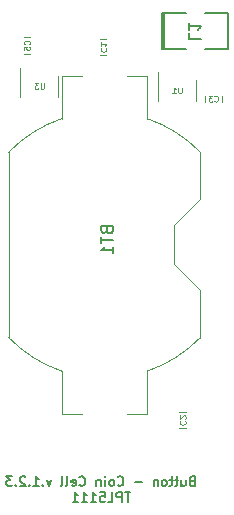
<source format=gbr>
G04 #@! TF.GenerationSoftware,KiCad,Pcbnew,(5.1.9)-1*
G04 #@! TF.CreationDate,2021-03-01T14:17:27+01:00*
G04 #@! TF.ProjectId,button timer v1.2.3_Coin_Cell[TPL5111],62757474-6f6e-4207-9469-6d6572207631,rev?*
G04 #@! TF.SameCoordinates,Original*
G04 #@! TF.FileFunction,Legend,Bot*
G04 #@! TF.FilePolarity,Positive*
%FSLAX46Y46*%
G04 Gerber Fmt 4.6, Leading zero omitted, Abs format (unit mm)*
G04 Created by KiCad (PCBNEW (5.1.9)-1) date 2021-03-01 14:17:27*
%MOMM*%
%LPD*%
G01*
G04 APERTURE LIST*
%ADD10C,0.150000*%
%ADD11C,0.120000*%
%ADD12C,0.125000*%
G04 APERTURE END LIST*
D10*
X133175238Y-98752857D02*
X133060952Y-98790952D01*
X133022857Y-98829047D01*
X132984761Y-98905238D01*
X132984761Y-99019523D01*
X133022857Y-99095714D01*
X133060952Y-99133809D01*
X133137142Y-99171904D01*
X133441904Y-99171904D01*
X133441904Y-98371904D01*
X133175238Y-98371904D01*
X133099047Y-98410000D01*
X133060952Y-98448095D01*
X133022857Y-98524285D01*
X133022857Y-98600476D01*
X133060952Y-98676666D01*
X133099047Y-98714761D01*
X133175238Y-98752857D01*
X133441904Y-98752857D01*
X132299047Y-98638571D02*
X132299047Y-99171904D01*
X132641904Y-98638571D02*
X132641904Y-99057619D01*
X132603809Y-99133809D01*
X132527619Y-99171904D01*
X132413333Y-99171904D01*
X132337142Y-99133809D01*
X132299047Y-99095714D01*
X132032380Y-98638571D02*
X131727619Y-98638571D01*
X131918095Y-98371904D02*
X131918095Y-99057619D01*
X131880000Y-99133809D01*
X131803809Y-99171904D01*
X131727619Y-99171904D01*
X131575238Y-98638571D02*
X131270476Y-98638571D01*
X131460952Y-98371904D02*
X131460952Y-99057619D01*
X131422857Y-99133809D01*
X131346666Y-99171904D01*
X131270476Y-99171904D01*
X130889523Y-99171904D02*
X130965714Y-99133809D01*
X131003809Y-99095714D01*
X131041904Y-99019523D01*
X131041904Y-98790952D01*
X131003809Y-98714761D01*
X130965714Y-98676666D01*
X130889523Y-98638571D01*
X130775238Y-98638571D01*
X130699047Y-98676666D01*
X130660952Y-98714761D01*
X130622857Y-98790952D01*
X130622857Y-99019523D01*
X130660952Y-99095714D01*
X130699047Y-99133809D01*
X130775238Y-99171904D01*
X130889523Y-99171904D01*
X130280000Y-98638571D02*
X130280000Y-99171904D01*
X130280000Y-98714761D02*
X130241904Y-98676666D01*
X130165714Y-98638571D01*
X130051428Y-98638571D01*
X129975238Y-98676666D01*
X129937142Y-98752857D01*
X129937142Y-99171904D01*
X128946666Y-98867142D02*
X128337142Y-98867142D01*
X126889523Y-99095714D02*
X126927619Y-99133809D01*
X127041904Y-99171904D01*
X127118095Y-99171904D01*
X127232380Y-99133809D01*
X127308571Y-99057619D01*
X127346666Y-98981428D01*
X127384761Y-98829047D01*
X127384761Y-98714761D01*
X127346666Y-98562380D01*
X127308571Y-98486190D01*
X127232380Y-98410000D01*
X127118095Y-98371904D01*
X127041904Y-98371904D01*
X126927619Y-98410000D01*
X126889523Y-98448095D01*
X126432380Y-99171904D02*
X126508571Y-99133809D01*
X126546666Y-99095714D01*
X126584761Y-99019523D01*
X126584761Y-98790952D01*
X126546666Y-98714761D01*
X126508571Y-98676666D01*
X126432380Y-98638571D01*
X126318095Y-98638571D01*
X126241904Y-98676666D01*
X126203809Y-98714761D01*
X126165714Y-98790952D01*
X126165714Y-99019523D01*
X126203809Y-99095714D01*
X126241904Y-99133809D01*
X126318095Y-99171904D01*
X126432380Y-99171904D01*
X125822857Y-99171904D02*
X125822857Y-98638571D01*
X125822857Y-98371904D02*
X125860952Y-98410000D01*
X125822857Y-98448095D01*
X125784761Y-98410000D01*
X125822857Y-98371904D01*
X125822857Y-98448095D01*
X125441904Y-98638571D02*
X125441904Y-99171904D01*
X125441904Y-98714761D02*
X125403809Y-98676666D01*
X125327619Y-98638571D01*
X125213333Y-98638571D01*
X125137142Y-98676666D01*
X125099047Y-98752857D01*
X125099047Y-99171904D01*
X123651428Y-99095714D02*
X123689523Y-99133809D01*
X123803809Y-99171904D01*
X123880000Y-99171904D01*
X123994285Y-99133809D01*
X124070476Y-99057619D01*
X124108571Y-98981428D01*
X124146666Y-98829047D01*
X124146666Y-98714761D01*
X124108571Y-98562380D01*
X124070476Y-98486190D01*
X123994285Y-98410000D01*
X123880000Y-98371904D01*
X123803809Y-98371904D01*
X123689523Y-98410000D01*
X123651428Y-98448095D01*
X123003809Y-99133809D02*
X123080000Y-99171904D01*
X123232380Y-99171904D01*
X123308571Y-99133809D01*
X123346666Y-99057619D01*
X123346666Y-98752857D01*
X123308571Y-98676666D01*
X123232380Y-98638571D01*
X123080000Y-98638571D01*
X123003809Y-98676666D01*
X122965714Y-98752857D01*
X122965714Y-98829047D01*
X123346666Y-98905238D01*
X122508571Y-99171904D02*
X122584761Y-99133809D01*
X122622857Y-99057619D01*
X122622857Y-98371904D01*
X122089523Y-99171904D02*
X122165714Y-99133809D01*
X122203809Y-99057619D01*
X122203809Y-98371904D01*
X121251428Y-98638571D02*
X121060952Y-99171904D01*
X120870476Y-98638571D01*
X120565714Y-99095714D02*
X120527619Y-99133809D01*
X120565714Y-99171904D01*
X120603809Y-99133809D01*
X120565714Y-99095714D01*
X120565714Y-99171904D01*
X119765714Y-99171904D02*
X120222857Y-99171904D01*
X119994285Y-99171904D02*
X119994285Y-98371904D01*
X120070476Y-98486190D01*
X120146666Y-98562380D01*
X120222857Y-98600476D01*
X119422857Y-99095714D02*
X119384761Y-99133809D01*
X119422857Y-99171904D01*
X119460952Y-99133809D01*
X119422857Y-99095714D01*
X119422857Y-99171904D01*
X119080000Y-98448095D02*
X119041904Y-98410000D01*
X118965714Y-98371904D01*
X118775238Y-98371904D01*
X118699047Y-98410000D01*
X118660952Y-98448095D01*
X118622857Y-98524285D01*
X118622857Y-98600476D01*
X118660952Y-98714761D01*
X119118095Y-99171904D01*
X118622857Y-99171904D01*
X118280000Y-99095714D02*
X118241904Y-99133809D01*
X118280000Y-99171904D01*
X118318095Y-99133809D01*
X118280000Y-99095714D01*
X118280000Y-99171904D01*
X117975238Y-98371904D02*
X117480000Y-98371904D01*
X117746666Y-98676666D01*
X117632380Y-98676666D01*
X117556190Y-98714761D01*
X117518095Y-98752857D01*
X117480000Y-98829047D01*
X117480000Y-99019523D01*
X117518095Y-99095714D01*
X117556190Y-99133809D01*
X117632380Y-99171904D01*
X117860952Y-99171904D01*
X117937142Y-99133809D01*
X117975238Y-99095714D01*
X127956190Y-99721904D02*
X127499047Y-99721904D01*
X127727619Y-100521904D02*
X127727619Y-99721904D01*
X127232380Y-100521904D02*
X127232380Y-99721904D01*
X126927619Y-99721904D01*
X126851428Y-99760000D01*
X126813333Y-99798095D01*
X126775238Y-99874285D01*
X126775238Y-99988571D01*
X126813333Y-100064761D01*
X126851428Y-100102857D01*
X126927619Y-100140952D01*
X127232380Y-100140952D01*
X126051428Y-100521904D02*
X126432380Y-100521904D01*
X126432380Y-99721904D01*
X125403809Y-99721904D02*
X125784761Y-99721904D01*
X125822857Y-100102857D01*
X125784761Y-100064761D01*
X125708571Y-100026666D01*
X125518095Y-100026666D01*
X125441904Y-100064761D01*
X125403809Y-100102857D01*
X125365714Y-100179047D01*
X125365714Y-100369523D01*
X125403809Y-100445714D01*
X125441904Y-100483809D01*
X125518095Y-100521904D01*
X125708571Y-100521904D01*
X125784761Y-100483809D01*
X125822857Y-100445714D01*
X124603809Y-100521904D02*
X125060952Y-100521904D01*
X124832380Y-100521904D02*
X124832380Y-99721904D01*
X124908571Y-99836190D01*
X124984761Y-99912380D01*
X125060952Y-99950476D01*
X123841904Y-100521904D02*
X124299047Y-100521904D01*
X124070476Y-100521904D02*
X124070476Y-99721904D01*
X124146666Y-99836190D01*
X124222857Y-99912380D01*
X124299047Y-99950476D01*
X123080000Y-100521904D02*
X123537142Y-100521904D01*
X123308571Y-100521904D02*
X123308571Y-99721904D01*
X123384761Y-99836190D01*
X123460952Y-99912380D01*
X123537142Y-99950476D01*
D11*
G04 #@! TO.C,U1*
X130320000Y-66620000D02*
X130320000Y-64170000D01*
X133540000Y-64820000D02*
X133540000Y-66620000D01*
G04 #@! TO.C,U3*
X118660000Y-66240000D02*
X118660000Y-63790000D01*
X121880000Y-64440000D02*
X121880000Y-66240000D01*
G04 #@! TO.C,C3*
X135710000Y-66661252D02*
X135710000Y-66138748D01*
X134290000Y-66661252D02*
X134290000Y-66138748D01*
G04 #@! TO.C,C5*
X119511252Y-61160000D02*
X118988748Y-61160000D01*
X119511252Y-62580000D02*
X118988748Y-62580000D01*
G04 #@! TO.C,C1*
X125408748Y-62720000D02*
X125931252Y-62720000D01*
X125408748Y-61300000D02*
X125931252Y-61300000D01*
G04 #@! TO.C,C2*
X132123548Y-94309000D02*
X132646052Y-94309000D01*
X132123548Y-92889000D02*
X132646052Y-92889000D01*
D10*
G04 #@! TO.C,L1*
X130616000Y-62214000D02*
X130616000Y-59166000D01*
X134299000Y-59166000D02*
X136204000Y-59166000D01*
X136204000Y-59166000D02*
X136204000Y-62214000D01*
X136204000Y-62214000D02*
X134299000Y-62214000D01*
X132648000Y-62214000D02*
X130616000Y-62214000D01*
X130816000Y-62214000D02*
X130816000Y-59166000D01*
X130616000Y-59166000D02*
X132648000Y-59166000D01*
D11*
G04 #@! TO.C,BT1*
X122170800Y-64454200D02*
X122170800Y-68072200D01*
X123880800Y-64454200D02*
X122170800Y-64454200D01*
X117670800Y-70916900D02*
X117670800Y-86611500D01*
X123880800Y-93074200D02*
X122170800Y-93074200D01*
X122170800Y-89456200D02*
X122170800Y-93074200D01*
X129390800Y-93074200D02*
X129390800Y-89456200D01*
X127680800Y-93074200D02*
X129390800Y-93074200D01*
X133890800Y-86611500D02*
X133890800Y-82624200D01*
X131690800Y-80424200D02*
X133890800Y-82624200D01*
X131690800Y-80424200D02*
X131690800Y-77104200D01*
X131690800Y-77104200D02*
X133890800Y-74904200D01*
X133890800Y-74904200D02*
X133890800Y-70916900D01*
X129390800Y-68072200D02*
X129390800Y-64454200D01*
X127680800Y-64454200D02*
X129390800Y-64454200D01*
X117669011Y-70918830D02*
G75*
G02*
X122170800Y-68072200I8111789J-7845370D01*
G01*
X133892589Y-86609570D02*
G75*
G02*
X129390800Y-89456200I-8111789J7845370D01*
G01*
X117669011Y-86609570D02*
G75*
G03*
X122170800Y-89456200I8111789J7845370D01*
G01*
X133892589Y-70918830D02*
G75*
G03*
X129390800Y-68072200I-8111789J-7845370D01*
G01*
G04 #@! TO.C,U1*
D12*
X132310952Y-65446190D02*
X132310952Y-65850952D01*
X132287142Y-65898571D01*
X132263333Y-65922380D01*
X132215714Y-65946190D01*
X132120476Y-65946190D01*
X132072857Y-65922380D01*
X132049047Y-65898571D01*
X132025238Y-65850952D01*
X132025238Y-65446190D01*
X131525238Y-65946190D02*
X131810952Y-65946190D01*
X131668095Y-65946190D02*
X131668095Y-65446190D01*
X131715714Y-65517619D01*
X131763333Y-65565238D01*
X131810952Y-65589047D01*
G04 #@! TO.C,U3*
X120650952Y-65066190D02*
X120650952Y-65470952D01*
X120627142Y-65518571D01*
X120603333Y-65542380D01*
X120555714Y-65566190D01*
X120460476Y-65566190D01*
X120412857Y-65542380D01*
X120389047Y-65518571D01*
X120365238Y-65470952D01*
X120365238Y-65066190D01*
X120174761Y-65066190D02*
X119865238Y-65066190D01*
X120031904Y-65256666D01*
X119960476Y-65256666D01*
X119912857Y-65280476D01*
X119889047Y-65304285D01*
X119865238Y-65351904D01*
X119865238Y-65470952D01*
X119889047Y-65518571D01*
X119912857Y-65542380D01*
X119960476Y-65566190D01*
X120103333Y-65566190D01*
X120150952Y-65542380D01*
X120174761Y-65518571D01*
G04 #@! TO.C,C3*
X135083333Y-66578571D02*
X135107142Y-66602380D01*
X135178571Y-66626190D01*
X135226190Y-66626190D01*
X135297619Y-66602380D01*
X135345238Y-66554761D01*
X135369047Y-66507142D01*
X135392857Y-66411904D01*
X135392857Y-66340476D01*
X135369047Y-66245238D01*
X135345238Y-66197619D01*
X135297619Y-66150000D01*
X135226190Y-66126190D01*
X135178571Y-66126190D01*
X135107142Y-66150000D01*
X135083333Y-66173809D01*
X134916666Y-66126190D02*
X134607142Y-66126190D01*
X134773809Y-66316666D01*
X134702380Y-66316666D01*
X134654761Y-66340476D01*
X134630952Y-66364285D01*
X134607142Y-66411904D01*
X134607142Y-66530952D01*
X134630952Y-66578571D01*
X134654761Y-66602380D01*
X134702380Y-66626190D01*
X134845238Y-66626190D01*
X134892857Y-66602380D01*
X134916666Y-66578571D01*
G04 #@! TO.C,C5*
X119428571Y-61786666D02*
X119452380Y-61762857D01*
X119476190Y-61691428D01*
X119476190Y-61643809D01*
X119452380Y-61572380D01*
X119404761Y-61524761D01*
X119357142Y-61500952D01*
X119261904Y-61477142D01*
X119190476Y-61477142D01*
X119095238Y-61500952D01*
X119047619Y-61524761D01*
X119000000Y-61572380D01*
X118976190Y-61643809D01*
X118976190Y-61691428D01*
X119000000Y-61762857D01*
X119023809Y-61786666D01*
X118976190Y-62239047D02*
X118976190Y-62000952D01*
X119214285Y-61977142D01*
X119190476Y-62000952D01*
X119166666Y-62048571D01*
X119166666Y-62167619D01*
X119190476Y-62215238D01*
X119214285Y-62239047D01*
X119261904Y-62262857D01*
X119380952Y-62262857D01*
X119428571Y-62239047D01*
X119452380Y-62215238D01*
X119476190Y-62167619D01*
X119476190Y-62048571D01*
X119452380Y-62000952D01*
X119428571Y-61977142D01*
G04 #@! TO.C,C1*
X125491428Y-62093333D02*
X125467619Y-62117142D01*
X125443809Y-62188571D01*
X125443809Y-62236190D01*
X125467619Y-62307619D01*
X125515238Y-62355238D01*
X125562857Y-62379047D01*
X125658095Y-62402857D01*
X125729523Y-62402857D01*
X125824761Y-62379047D01*
X125872380Y-62355238D01*
X125920000Y-62307619D01*
X125943809Y-62236190D01*
X125943809Y-62188571D01*
X125920000Y-62117142D01*
X125896190Y-62093333D01*
X125443809Y-61617142D02*
X125443809Y-61902857D01*
X125443809Y-61760000D02*
X125943809Y-61760000D01*
X125872380Y-61807619D01*
X125824761Y-61855238D01*
X125800952Y-61902857D01*
G04 #@! TO.C,C2*
X132206228Y-93682333D02*
X132182419Y-93706142D01*
X132158609Y-93777571D01*
X132158609Y-93825190D01*
X132182419Y-93896619D01*
X132230038Y-93944238D01*
X132277657Y-93968047D01*
X132372895Y-93991857D01*
X132444323Y-93991857D01*
X132539561Y-93968047D01*
X132587180Y-93944238D01*
X132634800Y-93896619D01*
X132658609Y-93825190D01*
X132658609Y-93777571D01*
X132634800Y-93706142D01*
X132610990Y-93682333D01*
X132610990Y-93491857D02*
X132634800Y-93468047D01*
X132658609Y-93420428D01*
X132658609Y-93301380D01*
X132634800Y-93253761D01*
X132610990Y-93229952D01*
X132563371Y-93206142D01*
X132515752Y-93206142D01*
X132444323Y-93229952D01*
X132158609Y-93515666D01*
X132158609Y-93206142D01*
G04 #@! TO.C,L1*
D10*
X132972619Y-60841666D02*
X132972619Y-61317857D01*
X133972619Y-61317857D01*
X132972619Y-59984523D02*
X132972619Y-60555952D01*
X132972619Y-60270238D02*
X133972619Y-60270238D01*
X133829761Y-60365476D01*
X133734523Y-60460714D01*
X133686904Y-60555952D01*
G04 #@! TO.C,BT1*
X125958291Y-77537725D02*
X126005910Y-77680582D01*
X126053529Y-77728201D01*
X126148767Y-77775820D01*
X126291624Y-77775820D01*
X126386862Y-77728201D01*
X126434481Y-77680582D01*
X126482100Y-77585344D01*
X126482100Y-77204392D01*
X125482100Y-77204392D01*
X125482100Y-77537725D01*
X125529720Y-77632963D01*
X125577339Y-77680582D01*
X125672577Y-77728201D01*
X125767815Y-77728201D01*
X125863053Y-77680582D01*
X125910672Y-77632963D01*
X125958291Y-77537725D01*
X125958291Y-77204392D01*
X125482100Y-78061535D02*
X125482100Y-78632963D01*
X126482100Y-78347249D02*
X125482100Y-78347249D01*
X126482100Y-79490106D02*
X126482100Y-78918678D01*
X126482100Y-79204392D02*
X125482100Y-79204392D01*
X125624958Y-79109154D01*
X125720196Y-79013916D01*
X125767815Y-78918678D01*
G04 #@! TD*
M02*

</source>
